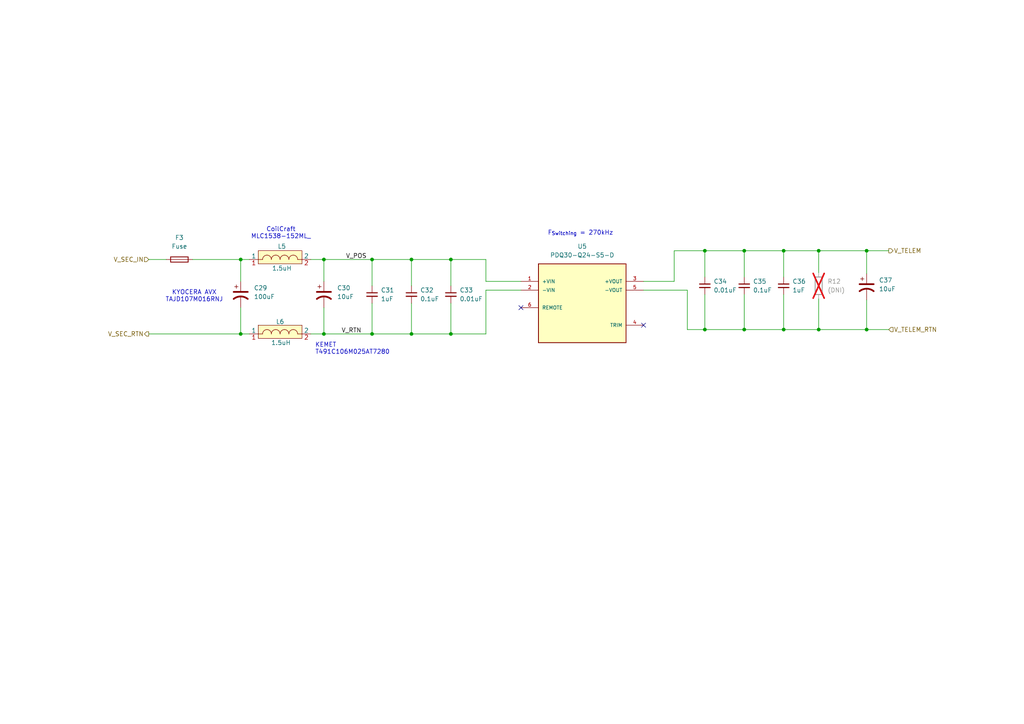
<source format=kicad_sch>
(kicad_sch
	(version 20250114)
	(generator "eeschema")
	(generator_version "9.0")
	(uuid "59851cca-b58d-4d85-8cf4-a8b0af03ff6a")
	(paper "A4")
	(lib_symbols
		(symbol "CUI:PDQ10-Q24-S3-D"
			(pin_names
				(offset 1.016)
			)
			(exclude_from_sim no)
			(in_bom yes)
			(on_board yes)
			(property "Reference" "U"
				(at -12.725 10.1799 0)
				(effects
					(font
						(size 1.27 1.27)
					)
					(justify left bottom)
				)
			)
			(property "Value" "PDQ10-Q24-S3-D"
				(at -12.7248 -15.2698 0)
				(effects
					(font
						(size 1.27 1.27)
					)
					(justify left bottom)
				)
			)
			(property "Footprint" "PDQ10-Q24-S3-D:CONV_PDQ10-Q24-S3-D"
				(at 0 0 0)
				(effects
					(font
						(size 1.27 1.27)
					)
					(justify bottom)
					(hide yes)
				)
			)
			(property "Datasheet" ""
				(at 0 0 0)
				(effects
					(font
						(size 1.27 1.27)
					)
					(hide yes)
				)
			)
			(property "Description" ""
				(at 0 0 0)
				(effects
					(font
						(size 1.27 1.27)
					)
					(hide yes)
				)
			)
			(property "MF" "CUI Inc."
				(at 0 0 0)
				(effects
					(font
						(size 1.27 1.27)
					)
					(justify bottom)
					(hide yes)
				)
			)
			(property "Description_1" "10 W, 4:1 Input Range, Single/Dual Regulated Output, 1500 Vdc Isolation, Dc-Dc Converter"
				(at 0 0 0)
				(effects
					(font
						(size 1.27 1.27)
					)
					(justify bottom)
					(hide yes)
				)
			)
			(property "Package" "DIP-6 CUI"
				(at 0 0 0)
				(effects
					(font
						(size 1.27 1.27)
					)
					(justify bottom)
					(hide yes)
				)
			)
			(property "Price" "None"
				(at 0 0 0)
				(effects
					(font
						(size 1.27 1.27)
					)
					(justify bottom)
					(hide yes)
				)
			)
			(property "Check_prices" "https://www.snapeda.com/parts/PDQ10-Q24-S3-D/CUI/view-part/?ref=eda"
				(at 0 0 0)
				(effects
					(font
						(size 1.27 1.27)
					)
					(justify bottom)
					(hide yes)
				)
			)
			(property "STANDARD" "Manufacturer Recommendations"
				(at 0 0 0)
				(effects
					(font
						(size 1.27 1.27)
					)
					(justify bottom)
					(hide yes)
				)
			)
			(property "PARTREV" "1.0"
				(at 0 0 0)
				(effects
					(font
						(size 1.27 1.27)
					)
					(justify bottom)
					(hide yes)
				)
			)
			(property "SnapEDA_Link" "https://www.snapeda.com/parts/PDQ10-Q24-S3-D/CUI/view-part/?ref=snap"
				(at 0 0 0)
				(effects
					(font
						(size 1.27 1.27)
					)
					(justify bottom)
					(hide yes)
				)
			)
			(property "MP" "PDQ10-Q24-S3-D"
				(at 0 0 0)
				(effects
					(font
						(size 1.27 1.27)
					)
					(justify bottom)
					(hide yes)
				)
			)
			(property "CUI_purchase_URL" "https://www.cui.com/product/dc-dc-converters/isolated/pdq10-d-series?utm_source=snapeda.com&utm_medium=referral&utm_campaign=snapedaBOM"
				(at 0 0 0)
				(effects
					(font
						(size 1.27 1.27)
					)
					(justify bottom)
					(hide yes)
				)
			)
			(property "Availability" "In Stock"
				(at 0 0 0)
				(effects
					(font
						(size 1.27 1.27)
					)
					(justify bottom)
					(hide yes)
				)
			)
			(property "MANUFACTURER" "CUI Inc"
				(at 0 0 0)
				(effects
					(font
						(size 1.27 1.27)
					)
					(justify bottom)
					(hide yes)
				)
			)
			(symbol "PDQ10-Q24-S3-D_0_0"
				(rectangle
					(start -12.7 -12.7)
					(end 12.7 10.16)
					(stroke
						(width 0.254)
						(type default)
					)
					(fill
						(type background)
					)
				)
				(pin input line
					(at -17.78 5.08 0)
					(length 5.08)
					(name "+VIN"
						(effects
							(font
								(size 1.016 1.016)
							)
						)
					)
					(number "1"
						(effects
							(font
								(size 1.016 1.016)
							)
						)
					)
				)
				(pin input line
					(at -17.78 2.54 0)
					(length 5.08)
					(name "-VIN"
						(effects
							(font
								(size 1.016 1.016)
							)
						)
					)
					(number "2"
						(effects
							(font
								(size 1.016 1.016)
							)
						)
					)
				)
				(pin input line
					(at -17.78 -2.54 0)
					(length 5.08)
					(name "REMOTE"
						(effects
							(font
								(size 1.016 1.016)
							)
						)
					)
					(number "6"
						(effects
							(font
								(size 1.016 1.016)
							)
						)
					)
				)
				(pin output line
					(at 17.78 5.08 180)
					(length 5.08)
					(name "+VOUT"
						(effects
							(font
								(size 1.016 1.016)
							)
						)
					)
					(number "3"
						(effects
							(font
								(size 1.016 1.016)
							)
						)
					)
				)
				(pin output line
					(at 17.78 2.54 180)
					(length 5.08)
					(name "-VOUT"
						(effects
							(font
								(size 1.016 1.016)
							)
						)
					)
					(number "5"
						(effects
							(font
								(size 1.016 1.016)
							)
						)
					)
				)
				(pin passive line
					(at 17.78 -7.62 180)
					(length 5.08)
					(name "TRIM"
						(effects
							(font
								(size 1.016 1.016)
							)
						)
					)
					(number "4"
						(effects
							(font
								(size 1.016 1.016)
							)
						)
					)
				)
			)
			(embedded_fonts no)
		)
		(symbol "CoilCraft:MLC7542"
			(pin_names
				(offset 0)
			)
			(exclude_from_sim no)
			(in_bom yes)
			(on_board yes)
			(property "Reference" "L"
				(at 5.334 3.81 0)
				(effects
					(font
						(size 1.27 1.27)
					)
				)
			)
			(property "Value" ""
				(at 6.35 3.302 0)
				(effects
					(font
						(size 1.27 1.27)
					)
				)
			)
			(property "Footprint" ""
				(at 6.35 3.302 0)
				(effects
					(font
						(size 1.27 1.27)
					)
					(hide yes)
				)
			)
			(property "Datasheet" ""
				(at 6.35 3.302 0)
				(effects
					(font
						(size 1.27 1.27)
					)
					(hide yes)
				)
			)
			(property "Description" ""
				(at 6.35 3.302 0)
				(effects
					(font
						(size 1.27 1.27)
					)
					(hide yes)
				)
			)
			(property "Manufacturer" "Coil Craft"
				(at 0 0 0)
				(effects
					(font
						(size 1.27 1.27)
					)
					(hide yes)
				)
			)
			(property "Man. Part Num" ""
				(at 0 0 0)
				(effects
					(font
						(size 1.27 1.27)
					)
					(hide yes)
				)
			)
			(property "Distributor" "Coil Craft"
				(at 0 0 0)
				(effects
					(font
						(size 1.27 1.27)
					)
					(hide yes)
				)
			)
			(property "Dist. Part Num" ""
				(at 0 0 0)
				(effects
					(font
						(size 1.27 1.27)
					)
					(hide yes)
				)
			)
			(property "Package" ""
				(at 0 0 0)
				(effects
					(font
						(size 1.27 1.27)
					)
					(hide yes)
				)
			)
			(property "Notes" ""
				(at 0 0 0)
				(effects
					(font
						(size 1.27 1.27)
					)
					(hide yes)
				)
			)
			(property "Part Type" "SMD"
				(at 0 0 0)
				(effects
					(font
						(size 1.27 1.27)
					)
					(hide yes)
				)
			)
			(symbol "MLC7542_0_1"
				(arc
					(start 1.27 0)
					(mid 1.642 0.898)
					(end 2.54 1.27)
					(stroke
						(width 0)
						(type default)
					)
					(fill
						(type none)
					)
				)
				(arc
					(start 2.54 1.27)
					(mid 3.438 0.898)
					(end 3.81 0)
					(stroke
						(width 0)
						(type default)
					)
					(fill
						(type none)
					)
				)
				(arc
					(start 3.81 0)
					(mid 4.182 0.898)
					(end 5.08 1.27)
					(stroke
						(width 0)
						(type default)
					)
					(fill
						(type none)
					)
				)
				(arc
					(start 5.08 1.27)
					(mid 5.978 0.898)
					(end 6.35 0)
					(stroke
						(width 0)
						(type default)
					)
					(fill
						(type none)
					)
				)
				(arc
					(start 6.35 0)
					(mid 6.722 0.898)
					(end 7.62 1.27)
					(stroke
						(width 0)
						(type default)
					)
					(fill
						(type none)
					)
				)
				(arc
					(start 7.62 1.27)
					(mid 8.518 0.898)
					(end 8.89 0)
					(stroke
						(width 0)
						(type default)
					)
					(fill
						(type none)
					)
				)
				(arc
					(start 8.89 0)
					(mid 9.262 0.898)
					(end 10.16 1.27)
					(stroke
						(width 0)
						(type default)
					)
					(fill
						(type none)
					)
				)
				(arc
					(start 10.16 1.27)
					(mid 11.058 0.898)
					(end 11.43 0)
					(stroke
						(width 0)
						(type default)
					)
					(fill
						(type none)
					)
				)
			)
			(symbol "MLC7542_1_1"
				(rectangle
					(start 0 2.54)
					(end 12.7 -1.27)
					(stroke
						(width 0)
						(type default)
					)
					(fill
						(type background)
					)
				)
				(polyline
					(pts
						(xy 1.27 0) (xy 0 0)
					)
					(stroke
						(width 0)
						(type default)
					)
					(fill
						(type none)
					)
				)
				(polyline
					(pts
						(xy 11.43 0) (xy 12.7 0)
					)
					(stroke
						(width 0)
						(type default)
					)
					(fill
						(type none)
					)
				)
				(pin bidirectional line
					(at -2.54 0 0)
					(length 2.54)
					(name "1"
						(effects
							(font
								(size 1.27 1.27)
							)
						)
					)
					(number "1"
						(effects
							(font
								(size 1.27 1.27)
							)
						)
					)
				)
				(pin bidirectional line
					(at 15.24 0 180)
					(length 2.54)
					(name "2"
						(effects
							(font
								(size 1.27 1.27)
							)
						)
					)
					(number "2"
						(effects
							(font
								(size 1.27 1.27)
							)
						)
					)
				)
			)
			(embedded_fonts no)
		)
		(symbol "Device:C_Polarized_US"
			(pin_numbers
				(hide yes)
			)
			(pin_names
				(offset 0.254)
				(hide yes)
			)
			(exclude_from_sim no)
			(in_bom yes)
			(on_board yes)
			(property "Reference" "C"
				(at 0.635 2.54 0)
				(effects
					(font
						(size 1.27 1.27)
					)
					(justify left)
				)
			)
			(property "Value" "C_Polarized_US"
				(at 0.635 -2.54 0)
				(effects
					(font
						(size 1.27 1.27)
					)
					(justify left)
				)
			)
			(property "Footprint" ""
				(at 0 0 0)
				(effects
					(font
						(size 1.27 1.27)
					)
					(hide yes)
				)
			)
			(property "Datasheet" "~"
				(at 0 0 0)
				(effects
					(font
						(size 1.27 1.27)
					)
					(hide yes)
				)
			)
			(property "Description" "Polarized capacitor, US symbol"
				(at 0 0 0)
				(effects
					(font
						(size 1.27 1.27)
					)
					(hide yes)
				)
			)
			(property "ki_keywords" "cap capacitor"
				(at 0 0 0)
				(effects
					(font
						(size 1.27 1.27)
					)
					(hide yes)
				)
			)
			(property "ki_fp_filters" "CP_*"
				(at 0 0 0)
				(effects
					(font
						(size 1.27 1.27)
					)
					(hide yes)
				)
			)
			(symbol "C_Polarized_US_0_1"
				(polyline
					(pts
						(xy -2.032 0.762) (xy 2.032 0.762)
					)
					(stroke
						(width 0.508)
						(type default)
					)
					(fill
						(type none)
					)
				)
				(polyline
					(pts
						(xy -1.778 2.286) (xy -0.762 2.286)
					)
					(stroke
						(width 0)
						(type default)
					)
					(fill
						(type none)
					)
				)
				(polyline
					(pts
						(xy -1.27 1.778) (xy -1.27 2.794)
					)
					(stroke
						(width 0)
						(type default)
					)
					(fill
						(type none)
					)
				)
				(arc
					(start -2.032 -1.27)
					(mid 0 -0.5572)
					(end 2.032 -1.27)
					(stroke
						(width 0.508)
						(type default)
					)
					(fill
						(type none)
					)
				)
			)
			(symbol "C_Polarized_US_1_1"
				(pin passive line
					(at 0 3.81 270)
					(length 2.794)
					(name "~"
						(effects
							(font
								(size 1.27 1.27)
							)
						)
					)
					(number "1"
						(effects
							(font
								(size 1.27 1.27)
							)
						)
					)
				)
				(pin passive line
					(at 0 -3.81 90)
					(length 3.302)
					(name "~"
						(effects
							(font
								(size 1.27 1.27)
							)
						)
					)
					(number "2"
						(effects
							(font
								(size 1.27 1.27)
							)
						)
					)
				)
			)
			(embedded_fonts no)
		)
		(symbol "Device:C_Small"
			(pin_numbers
				(hide yes)
			)
			(pin_names
				(offset 0.254)
				(hide yes)
			)
			(exclude_from_sim no)
			(in_bom yes)
			(on_board yes)
			(property "Reference" "C"
				(at 0.254 1.778 0)
				(effects
					(font
						(size 1.27 1.27)
					)
					(justify left)
				)
			)
			(property "Value" "C_Small"
				(at 0.254 -2.032 0)
				(effects
					(font
						(size 1.27 1.27)
					)
					(justify left)
				)
			)
			(property "Footprint" ""
				(at 0 0 0)
				(effects
					(font
						(size 1.27 1.27)
					)
					(hide yes)
				)
			)
			(property "Datasheet" "~"
				(at 0 0 0)
				(effects
					(font
						(size 1.27 1.27)
					)
					(hide yes)
				)
			)
			(property "Description" "Unpolarized capacitor, small symbol"
				(at 0 0 0)
				(effects
					(font
						(size 1.27 1.27)
					)
					(hide yes)
				)
			)
			(property "ki_keywords" "capacitor cap"
				(at 0 0 0)
				(effects
					(font
						(size 1.27 1.27)
					)
					(hide yes)
				)
			)
			(property "ki_fp_filters" "C_*"
				(at 0 0 0)
				(effects
					(font
						(size 1.27 1.27)
					)
					(hide yes)
				)
			)
			(symbol "C_Small_0_1"
				(polyline
					(pts
						(xy -1.524 0.508) (xy 1.524 0.508)
					)
					(stroke
						(width 0.3048)
						(type default)
					)
					(fill
						(type none)
					)
				)
				(polyline
					(pts
						(xy -1.524 -0.508) (xy 1.524 -0.508)
					)
					(stroke
						(width 0.3302)
						(type default)
					)
					(fill
						(type none)
					)
				)
			)
			(symbol "C_Small_1_1"
				(pin passive line
					(at 0 2.54 270)
					(length 2.032)
					(name "~"
						(effects
							(font
								(size 1.27 1.27)
							)
						)
					)
					(number "1"
						(effects
							(font
								(size 1.27 1.27)
							)
						)
					)
				)
				(pin passive line
					(at 0 -2.54 90)
					(length 2.032)
					(name "~"
						(effects
							(font
								(size 1.27 1.27)
							)
						)
					)
					(number "2"
						(effects
							(font
								(size 1.27 1.27)
							)
						)
					)
				)
			)
			(embedded_fonts no)
		)
		(symbol "Device:Fuse"
			(pin_numbers
				(hide yes)
			)
			(pin_names
				(offset 0)
			)
			(exclude_from_sim no)
			(in_bom yes)
			(on_board yes)
			(property "Reference" "F"
				(at 2.032 0 90)
				(effects
					(font
						(size 1.27 1.27)
					)
				)
			)
			(property "Value" "Fuse"
				(at -1.905 0 90)
				(effects
					(font
						(size 1.27 1.27)
					)
				)
			)
			(property "Footprint" ""
				(at -1.778 0 90)
				(effects
					(font
						(size 1.27 1.27)
					)
					(hide yes)
				)
			)
			(property "Datasheet" "~"
				(at 0 0 0)
				(effects
					(font
						(size 1.27 1.27)
					)
					(hide yes)
				)
			)
			(property "Description" "Fuse"
				(at 0 0 0)
				(effects
					(font
						(size 1.27 1.27)
					)
					(hide yes)
				)
			)
			(property "ki_keywords" "fuse"
				(at 0 0 0)
				(effects
					(font
						(size 1.27 1.27)
					)
					(hide yes)
				)
			)
			(property "ki_fp_filters" "*Fuse*"
				(at 0 0 0)
				(effects
					(font
						(size 1.27 1.27)
					)
					(hide yes)
				)
			)
			(symbol "Fuse_0_1"
				(rectangle
					(start -0.762 -2.54)
					(end 0.762 2.54)
					(stroke
						(width 0.254)
						(type default)
					)
					(fill
						(type none)
					)
				)
				(polyline
					(pts
						(xy 0 2.54) (xy 0 -2.54)
					)
					(stroke
						(width 0)
						(type default)
					)
					(fill
						(type none)
					)
				)
			)
			(symbol "Fuse_1_1"
				(pin passive line
					(at 0 3.81 270)
					(length 1.27)
					(name "~"
						(effects
							(font
								(size 1.27 1.27)
							)
						)
					)
					(number "1"
						(effects
							(font
								(size 1.27 1.27)
							)
						)
					)
				)
				(pin passive line
					(at 0 -3.81 90)
					(length 1.27)
					(name "~"
						(effects
							(font
								(size 1.27 1.27)
							)
						)
					)
					(number "2"
						(effects
							(font
								(size 1.27 1.27)
							)
						)
					)
				)
			)
			(embedded_fonts no)
		)
		(symbol "Device:R"
			(pin_numbers
				(hide yes)
			)
			(pin_names
				(offset 0)
			)
			(exclude_from_sim no)
			(in_bom yes)
			(on_board yes)
			(property "Reference" "R"
				(at 2.032 0 90)
				(effects
					(font
						(size 1.27 1.27)
					)
				)
			)
			(property "Value" "R"
				(at 0 0 90)
				(effects
					(font
						(size 1.27 1.27)
					)
				)
			)
			(property "Footprint" ""
				(at -1.778 0 90)
				(effects
					(font
						(size 1.27 1.27)
					)
					(hide yes)
				)
			)
			(property "Datasheet" "~"
				(at 0 0 0)
				(effects
					(font
						(size 1.27 1.27)
					)
					(hide yes)
				)
			)
			(property "Description" "Resistor"
				(at 0 0 0)
				(effects
					(font
						(size 1.27 1.27)
					)
					(hide yes)
				)
			)
			(property "ki_keywords" "R res resistor"
				(at 0 0 0)
				(effects
					(font
						(size 1.27 1.27)
					)
					(hide yes)
				)
			)
			(property "ki_fp_filters" "R_*"
				(at 0 0 0)
				(effects
					(font
						(size 1.27 1.27)
					)
					(hide yes)
				)
			)
			(symbol "R_0_1"
				(rectangle
					(start -1.016 -2.54)
					(end 1.016 2.54)
					(stroke
						(width 0.254)
						(type default)
					)
					(fill
						(type none)
					)
				)
			)
			(symbol "R_1_1"
				(pin passive line
					(at 0 3.81 270)
					(length 1.27)
					(name "~"
						(effects
							(font
								(size 1.27 1.27)
							)
						)
					)
					(number "1"
						(effects
							(font
								(size 1.27 1.27)
							)
						)
					)
				)
				(pin passive line
					(at 0 -3.81 90)
					(length 1.27)
					(name "~"
						(effects
							(font
								(size 1.27 1.27)
							)
						)
					)
					(number "2"
						(effects
							(font
								(size 1.27 1.27)
							)
						)
					)
				)
			)
			(embedded_fonts no)
		)
	)
	(text "KYOCERA AVX\nTAJD107M016RNJ"
		(exclude_from_sim no)
		(at 56.3505 85.9353 0)
		(effects
			(font
				(size 1.27 1.27)
			)
		)
		(uuid "2a5386db-bda3-47a0-88f5-87c20e4a945e")
	)
	(text "F_{Switching} = 270kHz"
		(exclude_from_sim no)
		(at 168.3645 67.6473 0)
		(effects
			(font
				(size 1.27 1.27)
			)
		)
		(uuid "3ca80494-a2cf-4221-b18a-dbd1e96f53ad")
	)
	(text "KEMET\nT491C106M025AT7280"
		(exclude_from_sim no)
		(at 91.4025 101.1753 0)
		(effects
			(font
				(size 1.27 1.27)
			)
			(justify left)
		)
		(uuid "4e1c6049-78c1-45dc-a771-49622b0d3164")
	)
	(text "CoilCraft\nMLC1538-152ML_"
		(exclude_from_sim no)
		(at 81.4965 67.6473 0)
		(effects
			(font
				(size 1.27 1.27)
			)
		)
		(uuid "cf93f455-f1a4-498f-b925-3f03f52f3037")
	)
	(junction
		(at 107.9125 96.8573)
		(diameter 0)
		(color 0 0 0 0)
		(uuid "095e4321-973a-4845-b637-1079e4d3cb18")
	)
	(junction
		(at 227.2925 95.5873)
		(diameter 0)
		(color 0 0 0 0)
		(uuid "11fd3a6e-5f68-4d95-af6d-76d47db54e04")
	)
	(junction
		(at 130.7725 96.8573)
		(diameter 0)
		(color 0 0 0 0)
		(uuid "1f60ea0f-8667-4920-a5af-f1d63c751192")
	)
	(junction
		(at 237.4525 72.7273)
		(diameter 0)
		(color 0 0 0 0)
		(uuid "239883d7-5a13-407c-a8cb-c9b5af83d593")
	)
	(junction
		(at 204.4325 72.7273)
		(diameter 0)
		(color 0 0 0 0)
		(uuid "26510ab0-c30e-496b-8819-2a4695292862")
	)
	(junction
		(at 204.4325 95.5873)
		(diameter 0)
		(color 0 0 0 0)
		(uuid "33f1fc67-e5b8-46be-a613-0b3bfc4d8f14")
	)
	(junction
		(at 69.8125 96.8573)
		(diameter 0)
		(color 0 0 0 0)
		(uuid "36eb7a50-3b16-4f52-b79b-2b8cf796cf6f")
	)
	(junction
		(at 251.3576 72.7273)
		(diameter 0)
		(color 0 0 0 0)
		(uuid "424f2d78-e108-4862-becc-c2aef693204e")
	)
	(junction
		(at 119.3425 96.8573)
		(diameter 0)
		(color 0 0 0 0)
		(uuid "44f969d1-1ebe-4f20-aab2-3427b66d7bd5")
	)
	(junction
		(at 227.2925 72.7273)
		(diameter 0)
		(color 0 0 0 0)
		(uuid "4d21991e-3d7f-4d2c-90e1-1e6eb11edafa")
	)
	(junction
		(at 93.9425 96.8573)
		(diameter 0)
		(color 0 0 0 0)
		(uuid "6c19665d-d4a0-483d-874f-a87b6f366d9b")
	)
	(junction
		(at 69.8125 75.2673)
		(diameter 0)
		(color 0 0 0 0)
		(uuid "6fa8f3b1-7fab-4c78-9b05-02982b6c55cb")
	)
	(junction
		(at 251.3576 95.5873)
		(diameter 0)
		(color 0 0 0 0)
		(uuid "7d6f3261-d588-4859-a7ed-d3c5d758c124")
	)
	(junction
		(at 93.9425 75.2673)
		(diameter 0)
		(color 0 0 0 0)
		(uuid "932621cb-a40e-4f76-958d-4d1744ccbe51")
	)
	(junction
		(at 130.7725 75.2673)
		(diameter 0)
		(color 0 0 0 0)
		(uuid "b3a3ce26-a3b1-4d0b-90f6-d1c34cc07137")
	)
	(junction
		(at 107.9125 75.2673)
		(diameter 0)
		(color 0 0 0 0)
		(uuid "b41cd7c4-c3f4-419d-8b83-b4b54e6189d0")
	)
	(junction
		(at 119.3425 75.2673)
		(diameter 0)
		(color 0 0 0 0)
		(uuid "b6a9bfbd-3b97-4a8b-a84b-874516aafc5d")
	)
	(junction
		(at 215.8625 95.5873)
		(diameter 0)
		(color 0 0 0 0)
		(uuid "be5492b7-8428-4619-bfd7-18f1871a1053")
	)
	(junction
		(at 215.8625 72.7273)
		(diameter 0)
		(color 0 0 0 0)
		(uuid "d09a1f52-842f-4784-8817-ff1cab26e276")
	)
	(junction
		(at 237.4525 95.5873)
		(diameter 0)
		(color 0 0 0 0)
		(uuid "dddd09e6-7543-4596-a5c5-ed4ff3c1682e")
	)
	(no_connect
		(at 151.0925 89.2373)
		(uuid "be88895a-a1e8-4df9-acfc-4de1f05e9a82")
	)
	(no_connect
		(at 186.6525 94.3173)
		(uuid "c6acb08d-e077-4006-b67c-6aaf3649c691")
	)
	(wire
		(pts
			(xy 227.2925 85.4273) (xy 227.2925 95.5873)
		)
		(stroke
			(width 0)
			(type default)
		)
		(uuid "01648881-8af1-4eec-957e-5625649bdd17")
	)
	(wire
		(pts
			(xy 195.5425 72.7273) (xy 204.4325 72.7273)
		)
		(stroke
			(width 0)
			(type default)
		)
		(uuid "025e19fb-b9af-421a-9f0b-40e8a66a498d")
	)
	(wire
		(pts
			(xy 195.5425 81.6173) (xy 186.6525 81.6173)
		)
		(stroke
			(width 0)
			(type default)
		)
		(uuid "04c7a94f-3387-4a78-beff-7345fa0846ea")
	)
	(wire
		(pts
			(xy 107.9125 87.9673) (xy 107.9125 96.8573)
		)
		(stroke
			(width 0)
			(type default)
		)
		(uuid "0b05d564-31b8-4d38-a4a3-32a0794a4193")
	)
	(wire
		(pts
			(xy 140.9325 96.8573) (xy 130.7725 96.8573)
		)
		(stroke
			(width 0)
			(type default)
		)
		(uuid "0e12523e-6919-4e29-b2f4-eda4a02c9ab4")
	)
	(wire
		(pts
			(xy 93.9425 81.6173) (xy 93.9425 75.2673)
		)
		(stroke
			(width 0)
			(type default)
		)
		(uuid "0f828ed7-e271-44e4-813c-bbf5e95ea8d8")
	)
	(wire
		(pts
			(xy 140.9325 81.6173) (xy 151.0925 81.6173)
		)
		(stroke
			(width 0)
			(type default)
		)
		(uuid "20e71a4c-fd48-49b2-87a4-d96ffc3e629f")
	)
	(wire
		(pts
			(xy 204.4325 72.7273) (xy 204.4325 80.3473)
		)
		(stroke
			(width 0)
			(type default)
		)
		(uuid "224059d8-b941-4ad5-b6bc-e9de534471de")
	)
	(wire
		(pts
			(xy 215.8625 85.4273) (xy 215.8625 95.5873)
		)
		(stroke
			(width 0)
			(type default)
		)
		(uuid "3f4906f4-62fb-4620-8d7f-ed519557ffc0")
	)
	(wire
		(pts
			(xy 237.4525 72.7273) (xy 237.4525 79.0773)
		)
		(stroke
			(width 0)
			(type default)
		)
		(uuid "454935ab-d82a-4dff-a086-8370c841084a")
	)
	(wire
		(pts
			(xy 237.4525 95.5873) (xy 251.3576 95.5873)
		)
		(stroke
			(width 0)
			(type default)
		)
		(uuid "522df392-5bae-46d8-9da6-8e76d13392aa")
	)
	(wire
		(pts
			(xy 204.4325 95.5873) (xy 215.8625 95.5873)
		)
		(stroke
			(width 0)
			(type default)
		)
		(uuid "5a031e05-82d7-4981-876b-c85903f62959")
	)
	(wire
		(pts
			(xy 107.9125 75.2673) (xy 119.3425 75.2673)
		)
		(stroke
			(width 0)
			(type default)
		)
		(uuid "5aa238ca-e31d-487d-9b24-3173c4a2daf6")
	)
	(wire
		(pts
			(xy 119.3425 75.2673) (xy 119.3425 82.8873)
		)
		(stroke
			(width 0)
			(type default)
		)
		(uuid "5dbe2cc8-8089-43a9-bd5b-abcb1f6f3582")
	)
	(wire
		(pts
			(xy 93.9425 75.2673) (xy 90.1325 75.2673)
		)
		(stroke
			(width 0)
			(type default)
		)
		(uuid "5dc907c1-1ee1-4612-8dd7-1a7863b53330")
	)
	(wire
		(pts
			(xy 227.2925 72.7273) (xy 237.4525 72.7273)
		)
		(stroke
			(width 0)
			(type default)
		)
		(uuid "6322acf5-87ce-4fb9-93d0-c154f51e5529")
	)
	(wire
		(pts
			(xy 43.1425 75.2673) (xy 48.2225 75.2673)
		)
		(stroke
			(width 0)
			(type default)
		)
		(uuid "654ef8ae-5fc6-445b-8e2b-28a7f959002c")
	)
	(wire
		(pts
			(xy 130.7725 75.2673) (xy 130.7725 82.8873)
		)
		(stroke
			(width 0)
			(type default)
		)
		(uuid "72572488-60f4-4645-ac53-61f1c66b9b59")
	)
	(wire
		(pts
			(xy 69.8125 75.2673) (xy 69.8125 81.6173)
		)
		(stroke
			(width 0)
			(type default)
		)
		(uuid "7373fed1-3c5d-4e8a-85e7-4d7684aaed48")
	)
	(wire
		(pts
			(xy 130.7725 75.2673) (xy 140.9325 75.2673)
		)
		(stroke
			(width 0)
			(type default)
		)
		(uuid "758b431d-5770-4bec-a77b-c964c49874ef")
	)
	(wire
		(pts
			(xy 119.3425 87.9673) (xy 119.3425 96.8573)
		)
		(stroke
			(width 0)
			(type default)
		)
		(uuid "77a5ec2b-0ec7-45ff-bdd6-8db32df0a8ed")
	)
	(wire
		(pts
			(xy 195.5425 72.7273) (xy 195.5425 81.6173)
		)
		(stroke
			(width 0)
			(type default)
		)
		(uuid "7b61a828-6108-4601-a04f-5ac12a480a81")
	)
	(wire
		(pts
			(xy 251.3576 86.9912) (xy 251.3576 95.5873)
		)
		(stroke
			(width 0)
			(type default)
		)
		(uuid "847161e7-fb68-4407-a237-6a2c7abcde50")
	)
	(wire
		(pts
			(xy 237.4525 86.6973) (xy 237.4525 95.5873)
		)
		(stroke
			(width 0)
			(type default)
		)
		(uuid "85671a7e-a56a-4776-b33d-741bab2c1762")
	)
	(wire
		(pts
			(xy 130.7725 96.8573) (xy 119.3425 96.8573)
		)
		(stroke
			(width 0)
			(type default)
		)
		(uuid "865f269a-fc53-4d90-8cea-c64fc93ed2e0")
	)
	(wire
		(pts
			(xy 55.8425 75.2673) (xy 69.8125 75.2673)
		)
		(stroke
			(width 0)
			(type default)
		)
		(uuid "87792363-b1b0-4515-8ddb-03db214c4ef2")
	)
	(wire
		(pts
			(xy 69.8125 75.2673) (xy 72.3525 75.2673)
		)
		(stroke
			(width 0)
			(type default)
		)
		(uuid "885c1042-339a-4c9f-99fe-e6e3ef3feafc")
	)
	(wire
		(pts
			(xy 215.8625 95.5873) (xy 227.2925 95.5873)
		)
		(stroke
			(width 0)
			(type default)
		)
		(uuid "8897b3b0-a4be-476d-83ee-23cf5e1ce8df")
	)
	(wire
		(pts
			(xy 93.9425 75.2673) (xy 107.9125 75.2673)
		)
		(stroke
			(width 0)
			(type default)
		)
		(uuid "90acd46f-50e0-4485-81d8-cf6a4a699165")
	)
	(wire
		(pts
			(xy 119.3425 96.8573) (xy 107.9125 96.8573)
		)
		(stroke
			(width 0)
			(type default)
		)
		(uuid "981194eb-3531-49bf-b3c5-5f10f3ff9ad2")
	)
	(wire
		(pts
			(xy 69.8125 89.2373) (xy 69.8125 96.8573)
		)
		(stroke
			(width 0)
			(type default)
		)
		(uuid "9ddbfe43-3e7a-4c1a-9efe-ac0e74704483")
	)
	(wire
		(pts
			(xy 251.3576 79.3712) (xy 251.3576 72.7273)
		)
		(stroke
			(width 0)
			(type default)
		)
		(uuid "a69ca808-7630-4bb3-9bf5-29c912603a2c")
	)
	(wire
		(pts
			(xy 69.8125 96.8573) (xy 72.3525 96.8573)
		)
		(stroke
			(width 0)
			(type default)
		)
		(uuid "ac54570c-6214-45ae-b184-f2d3d93e828a")
	)
	(wire
		(pts
			(xy 93.9425 89.2373) (xy 93.9425 96.8573)
		)
		(stroke
			(width 0)
			(type default)
		)
		(uuid "b2fc2a96-7c51-458a-9b1e-726ef520600f")
	)
	(wire
		(pts
			(xy 43.1425 96.8573) (xy 69.8125 96.8573)
		)
		(stroke
			(width 0)
			(type default)
		)
		(uuid "b5cb0573-d68d-4af1-867a-b828c253fbe0")
	)
	(wire
		(pts
			(xy 93.9425 96.8573) (xy 90.1325 96.8573)
		)
		(stroke
			(width 0)
			(type default)
		)
		(uuid "b7515ab4-c16c-44c9-a0be-5624ff2422a9")
	)
	(wire
		(pts
			(xy 130.7725 87.9673) (xy 130.7725 96.8573)
		)
		(stroke
			(width 0)
			(type default)
		)
		(uuid "ba048e37-444e-457b-aa91-14271c8e3970")
	)
	(wire
		(pts
			(xy 227.2925 72.7273) (xy 227.2925 80.3473)
		)
		(stroke
			(width 0)
			(type default)
		)
		(uuid "be94cff6-5027-45e9-b55e-38dc91562f26")
	)
	(wire
		(pts
			(xy 215.8625 72.7273) (xy 227.2925 72.7273)
		)
		(stroke
			(width 0)
			(type default)
		)
		(uuid "c038b8f5-5704-448b-825c-96007dc07003")
	)
	(wire
		(pts
			(xy 227.2925 95.5873) (xy 237.4525 95.5873)
		)
		(stroke
			(width 0)
			(type default)
		)
		(uuid "c14d5627-9244-4ae9-b3b4-13de4d3967d9")
	)
	(wire
		(pts
			(xy 119.3425 75.2673) (xy 130.7725 75.2673)
		)
		(stroke
			(width 0)
			(type default)
		)
		(uuid "c5ae16de-7e23-4818-94c2-18395fe0e047")
	)
	(wire
		(pts
			(xy 251.3576 95.5873) (xy 257.7725 95.5873)
		)
		(stroke
			(width 0)
			(type default)
		)
		(uuid "c712f257-0392-4e1e-b598-3c212ed5d141")
	)
	(wire
		(pts
			(xy 186.6525 84.1573) (xy 199.3525 84.1573)
		)
		(stroke
			(width 0)
			(type default)
		)
		(uuid "ca228e62-aaec-4773-aac7-f566bcff1e21")
	)
	(wire
		(pts
			(xy 140.9325 84.1573) (xy 140.9325 96.8573)
		)
		(stroke
			(width 0)
			(type default)
		)
		(uuid "cb25da74-b369-4b36-9354-a77220ac7264")
	)
	(wire
		(pts
			(xy 251.3576 72.7273) (xy 257.7725 72.7273)
		)
		(stroke
			(width 0)
			(type default)
		)
		(uuid "cd60acb1-c520-463e-9594-2941e97dd839")
	)
	(wire
		(pts
			(xy 199.3525 95.5873) (xy 204.4325 95.5873)
		)
		(stroke
			(width 0)
			(type default)
		)
		(uuid "d7a61b39-2a5b-40e1-9b9b-818a1d8644b2")
	)
	(wire
		(pts
			(xy 107.9125 96.8573) (xy 93.9425 96.8573)
		)
		(stroke
			(width 0)
			(type default)
		)
		(uuid "d86d01ff-9827-4798-b504-0305c6da6fe5")
	)
	(wire
		(pts
			(xy 140.9325 75.2673) (xy 140.9325 81.6173)
		)
		(stroke
			(width 0)
			(type default)
		)
		(uuid "e22ce532-3cdc-4440-adbd-04e222a1d6a8")
	)
	(wire
		(pts
			(xy 107.9125 75.2673) (xy 107.9125 82.8873)
		)
		(stroke
			(width 0)
			(type default)
		)
		(uuid "e276a3c6-5106-4cff-aba5-1ab05eb7ab04")
	)
	(wire
		(pts
			(xy 237.4525 72.7273) (xy 251.3576 72.7273)
		)
		(stroke
			(width 0)
			(type default)
		)
		(uuid "ea0f5ec9-d488-4ad7-9194-408aa3d6af6e")
	)
	(wire
		(pts
			(xy 204.4325 72.7273) (xy 215.8625 72.7273)
		)
		(stroke
			(width 0)
			(type default)
		)
		(uuid "ed89ea5c-8e32-4ded-a477-3e3bbc06c454")
	)
	(wire
		(pts
			(xy 199.3525 84.1573) (xy 199.3525 95.5873)
		)
		(stroke
			(width 0)
			(type default)
		)
		(uuid "f484d1e2-8b71-40cf-af2d-9456c7aacc0d")
	)
	(wire
		(pts
			(xy 140.9325 84.1573) (xy 151.0925 84.1573)
		)
		(stroke
			(width 0)
			(type default)
		)
		(uuid "f62892c2-3a96-4fb7-919c-dce2f8160bbc")
	)
	(wire
		(pts
			(xy 204.4325 85.4273) (xy 204.4325 95.5873)
		)
		(stroke
			(width 0)
			(type default)
		)
		(uuid "fced3874-80c3-4282-85a1-fe07eb126e60")
	)
	(wire
		(pts
			(xy 215.8625 72.7273) (xy 215.8625 80.3473)
		)
		(stroke
			(width 0)
			(type default)
		)
		(uuid "fef6d636-3c4a-4455-a6a6-3ace7fcab619")
	)
	(label "V_POS"
		(at 100.2925 75.2673 0)
		(effects
			(font
				(size 1.27 1.27)
			)
			(justify left bottom)
		)
		(uuid "56063412-7dfd-4b71-8357-ff9ef2a3ad59")
	)
	(label "V_RTN"
		(at 99.0225 96.8573 0)
		(effects
			(font
				(size 1.27 1.27)
			)
			(justify left bottom)
		)
		(uuid "c6d021d5-8cb1-42bf-be85-a2f4bd6e3916")
	)
	(hierarchical_label "V_SEC_IN"
		(shape input)
		(at 43.1425 75.2673 180)
		(effects
			(font
				(size 1.27 1.27)
			)
			(justify right)
		)
		(uuid "4a372b4f-a497-439d-bd2a-99256cb68fab")
	)
	(hierarchical_label "V_TELEM"
		(shape output)
		(at 257.7725 72.7273 0)
		(effects
			(font
				(size 1.27 1.27)
			)
			(justify left)
		)
		(uuid "6a72e2e8-6c19-413c-8668-e5ee8d2a2784")
	)
	(hierarchical_label "V_TELEM_RTN"
		(shape input)
		(at 257.7725 95.5873 0)
		(effects
			(font
				(size 1.27 1.27)
			)
			(justify left)
		)
		(uuid "aac0a290-58f0-4887-9a26-b0261c8f6e1b")
	)
	(hierarchical_label "V_SEC_RTN"
		(shape output)
		(at 43.1425 96.8573 180)
		(effects
			(font
				(size 1.27 1.27)
			)
			(justify right)
		)
		(uuid "ad87ee5a-c5e3-44ed-9b2c-0741ae0802ac")
	)
	(symbol
		(lib_id "Device:C_Small")
		(at 227.2925 82.8873 0)
		(unit 1)
		(exclude_from_sim no)
		(in_bom yes)
		(on_board yes)
		(dnp no)
		(fields_autoplaced yes)
		(uuid "15d4dc6f-d896-464c-a97c-803ce2b71050")
		(property "Reference" "C36"
			(at 229.8325 81.6235 0)
			(effects
				(font
					(size 1.27 1.27)
				)
				(justify left)
			)
		)
		(property "Value" "1uF"
			(at 229.8325 84.1635 0)
			(effects
				(font
					(size 1.27 1.27)
				)
				(justify left)
			)
		)
		(property "Footprint" "Capacitor_SMD:C_0603_1608Metric"
			(at 227.2925 82.8873 0)
			(effects
				(font
					(size 1.27 1.27)
				)
				(hide yes)
			)
		)
		(property "Datasheet" "https://weblib.samsungsem.com/mlcc/mlcc-ec-data-sheet.do?partNumber=CL10B105KO8NNN"
			(at 227.2925 82.8873 0)
			(effects
				(font
					(size 1.27 1.27)
				)
				(hide yes)
			)
		)
		(property "Description" "1 µF ±10% 16V Ceramic Capacitor X7R 0603 (1608 Metric)"
			(at 227.2925 82.8873 0)
			(effects
				(font
					(size 1.27 1.27)
				)
				(hide yes)
			)
		)
		(property "Dist. Part Num" "1276-1019-1-ND"
			(at 227.2925 82.8873 0)
			(effects
				(font
					(size 1.27 1.27)
				)
				(hide yes)
			)
		)
		(property "Distributor" "Digi-Key"
			(at 227.2925 82.8873 0)
			(effects
				(font
					(size 1.27 1.27)
				)
				(hide yes)
			)
		)
		(property "Man. Part Num" "CL10B105KO8NNNC"
			(at 227.2925 82.8873 0)
			(effects
				(font
					(size 1.27 1.27)
				)
				(hide yes)
			)
		)
		(property "Manufacturer" "Samsung Electro-Mechanics"
			(at 227.2925 82.8873 0)
			(effects
				(font
					(size 1.27 1.27)
				)
				(hide yes)
			)
		)
		(property "Package" "0603 (1608 Metric)"
			(at 227.2925 82.8873 0)
			(effects
				(font
					(size 1.27 1.27)
				)
				(hide yes)
			)
		)
		(property "Part Type" "SMD"
			(at 227.2925 82.8873 0)
			(effects
				(font
					(size 1.27 1.27)
				)
				(hide yes)
			)
		)
		(pin "2"
			(uuid "b15c41d0-d4e2-4078-9543-744ab016916e")
		)
		(pin "1"
			(uuid "97ef6a2f-c7af-4b02-bb54-54e86fcbe8c3")
		)
		(instances
			(project "CAEN_NEVIS_DAQ_PM5V"
				(path "/ae14f75f-f9e2-4d62-a3b7-befabe493169/c1f91f5f-5154-489e-a911-9103a8a4f26d/6764f052-9945-470b-966f-5073131ea4cc"
					(reference "C36")
					(unit 1)
				)
				(path "/ae14f75f-f9e2-4d62-a3b7-befabe493169/c1f91f5f-5154-489e-a911-9103a8a4f26d/9b49a23b-f399-4e68-83d3-a1a45bcfae97"
					(reference "C45")
					(unit 1)
				)
			)
		)
	)
	(symbol
		(lib_id "Device:Fuse")
		(at 52.0325 75.2673 90)
		(unit 1)
		(exclude_from_sim no)
		(in_bom yes)
		(on_board yes)
		(dnp no)
		(fields_autoplaced yes)
		(uuid "18c0aaa8-1b26-495d-a12a-29fd7b5e6526")
		(property "Reference" "F3"
			(at 52.0325 68.9173 90)
			(effects
				(font
					(size 1.27 1.27)
				)
			)
		)
		(property "Value" "Fuse"
			(at 52.0325 71.4573 90)
			(effects
				(font
					(size 1.27 1.27)
				)
			)
		)
		(property "Footprint" "Resistor_SMD:R_0603_1608Metric"
			(at 52.0325 77.0453 90)
			(effects
				(font
					(size 1.27 1.27)
				)
				(hide yes)
			)
		)
		(property "Datasheet" "https://www.belfuse.com/media/datasheets/products/circuit-protection/ds-cp-c2f-series.pdf"
			(at 52.0325 75.2673 0)
			(effects
				(font
					(size 1.27 1.27)
				)
				(hide yes)
			)
		)
		(property "Description" "3 A 32 V AC 63 V DC Fuse Board Mount (Cartridge Style Excluded) Surface Mount 0603 (1608 Metric)"
			(at 52.0325 75.2673 0)
			(effects
				(font
					(size 1.27 1.27)
				)
				(hide yes)
			)
		)
		(property "Manufacturer" "Bel Fuse Inc."
			(at 52.0325 75.2673 0)
			(effects
				(font
					(size 1.27 1.27)
				)
				(hide yes)
			)
		)
		(property "Dist. Part Num" "5923-0686F3000-01CT-ND"
			(at 52.0325 75.2673 0)
			(effects
				(font
					(size 1.27 1.27)
				)
				(hide yes)
			)
		)
		(property "Distributor" "Digi-Key"
			(at 52.0325 75.2673 0)
			(effects
				(font
					(size 1.27 1.27)
				)
				(hide yes)
			)
		)
		(property "GENDER" "https://www.belfuse.com/media/datasheets/products/circuit-protection/ds-cp-c2f-series.pdf"
			(at 52.0325 75.2673 0)
			(effects
				(font
					(size 1.27 1.27)
				)
				(hide yes)
			)
		)
		(property "Man. Part Num" "0686F3000-01"
			(at 52.0325 75.2673 0)
			(effects
				(font
					(size 1.27 1.27)
				)
				(hide yes)
			)
		)
		(property "Package" "0603 (1608 Metric)"
			(at 52.0325 75.2673 0)
			(effects
				(font
					(size 1.27 1.27)
				)
				(hide yes)
			)
		)
		(property "Part Type" "SMD"
			(at 52.0325 75.2673 0)
			(effects
				(font
					(size 1.27 1.27)
				)
				(hide yes)
			)
		)
		(pin "2"
			(uuid "f1d23220-1670-4f7c-adf6-5825c000684a")
		)
		(pin "1"
			(uuid "dc03effe-bc87-47af-a9e8-8b0a36daab0c")
		)
		(instances
			(project "CAEN_NEVIS_DAQ_PM5V"
				(path "/ae14f75f-f9e2-4d62-a3b7-befabe493169/c1f91f5f-5154-489e-a911-9103a8a4f26d/6764f052-9945-470b-966f-5073131ea4cc"
					(reference "F3")
					(unit 1)
				)
				(path "/ae14f75f-f9e2-4d62-a3b7-befabe493169/c1f91f5f-5154-489e-a911-9103a8a4f26d/9b49a23b-f399-4e68-83d3-a1a45bcfae97"
					(reference "F4")
					(unit 1)
				)
			)
		)
	)
	(symbol
		(lib_id "CoilCraft:MLC7542")
		(at 74.8925 75.2673 0)
		(unit 1)
		(exclude_from_sim no)
		(in_bom yes)
		(on_board yes)
		(dnp no)
		(uuid "2babfc94-debd-409a-bb16-265caf7b6dc3")
		(property "Reference" "L5"
			(at 81.7505 71.4573 0)
			(effects
				(font
					(size 1.27 1.27)
				)
			)
		)
		(property "Value" "1.5uH"
			(at 81.7505 77.8073 0)
			(effects
				(font
					(size 1.27 1.27)
				)
			)
		)
		(property "Footprint" "CoilCraft:MLC1538-"
			(at 81.2425 71.9653 0)
			(effects
				(font
					(size 1.27 1.27)
				)
				(hide yes)
			)
		)
		(property "Datasheet" "https://www.coilcraft.com/getmedia/052845f0-6909-42f5-b57d-543d9924763c/mlc.pdf"
			(at 81.2425 71.9653 0)
			(effects
				(font
					(size 1.27 1.27)
				)
				(hide yes)
			)
		)
		(property "Description" "Shielded Power Inductors – MLC12xx/15xx Series"
			(at 81.2425 71.9653 0)
			(effects
				(font
					(size 1.27 1.27)
				)
				(hide yes)
			)
		)
		(property "Manufacturer" "Coil Craft"
			(at 74.8925 75.2673 0)
			(effects
				(font
					(size 1.27 1.27)
				)
				(hide yes)
			)
		)
		(property "Man. Part Num" "MLC1538-152MLC"
			(at 74.8925 75.2673 0)
			(effects
				(font
					(size 1.27 1.27)
				)
				(hide yes)
			)
		)
		(property "Distributor" "Coil Craft"
			(at 74.8925 75.2673 0)
			(effects
				(font
					(size 1.27 1.27)
				)
				(hide yes)
			)
		)
		(property "Dist. Part Num" "MLC1538-152MLC"
			(at 74.8925 75.2673 0)
			(effects
				(font
					(size 1.27 1.27)
				)
				(hide yes)
			)
		)
		(property "Package" "-"
			(at 74.8925 75.2673 0)
			(effects
				(font
					(size 1.27 1.27)
				)
				(hide yes)
			)
		)
		(property "Notes" ""
			(at 74.8925 75.2673 0)
			(effects
				(font
					(size 1.27 1.27)
				)
				(hide yes)
			)
		)
		(property "Part Type" "SMD"
			(at 74.8925 75.2673 0)
			(effects
				(font
					(size 1.27 1.27)
				)
				(hide yes)
			)
		)
		(pin "2"
			(uuid "441fae69-2900-4d67-850a-daffeed9204d")
		)
		(pin "1"
			(uuid "7d6e0d65-c30a-4c06-bcb3-e83e93aecef0")
		)
		(instances
			(project "CAEN_NEVIS_DAQ_PM5V"
				(path "/ae14f75f-f9e2-4d62-a3b7-befabe493169/c1f91f5f-5154-489e-a911-9103a8a4f26d/6764f052-9945-470b-966f-5073131ea4cc"
					(reference "L5")
					(unit 1)
				)
				(path "/ae14f75f-f9e2-4d62-a3b7-befabe493169/c1f91f5f-5154-489e-a911-9103a8a4f26d/9b49a23b-f399-4e68-83d3-a1a45bcfae97"
					(reference "L7")
					(unit 1)
				)
			)
		)
	)
	(symbol
		(lib_id "Device:C_Small")
		(at 130.7725 85.4273 0)
		(unit 1)
		(exclude_from_sim no)
		(in_bom yes)
		(on_board yes)
		(dnp no)
		(fields_autoplaced yes)
		(uuid "4af8de55-ac5d-4539-abfe-63f10dcc1b3d")
		(property "Reference" "C33"
			(at 133.3125 84.1635 0)
			(effects
				(font
					(size 1.27 1.27)
				)
				(justify left)
			)
		)
		(property "Value" "0.01uF"
			(at 133.3125 86.7035 0)
			(effects
				(font
					(size 1.27 1.27)
				)
				(justify left)
			)
		)
		(property "Footprint" "Capacitor_SMD:C_0603_1608Metric"
			(at 130.7725 85.4273 0)
			(effects
				(font
					(size 1.27 1.27)
				)
				(hide yes)
			)
		)
		(property "Datasheet" "https://content.kemet.com/datasheets/KEM_C1002_X7R_SMD.pdf"
			(at 130.7725 85.4273 0)
			(effects
				(font
					(size 1.27 1.27)
				)
				(hide yes)
			)
		)
		(property "Description" "10000 pF ±10% 50V Ceramic Capacitor X7R 0603 (1608 Metric)"
			(at 130.7725 85.4273 0)
			(effects
				(font
					(size 1.27 1.27)
				)
				(hide yes)
			)
		)
		(property "Dist. Part Num" "399-C0603C103K5RACTUCT-ND"
			(at 130.7725 85.4273 0)
			(effects
				(font
					(size 1.27 1.27)
				)
				(hide yes)
			)
		)
		(property "Distributor" "Digi-Key"
			(at 130.7725 85.4273 0)
			(effects
				(font
					(size 1.27 1.27)
				)
				(hide yes)
			)
		)
		(property "Man. Part Num" "C0603C103K5RACTU"
			(at 130.7725 85.4273 0)
			(effects
				(font
					(size 1.27 1.27)
				)
				(hide yes)
			)
		)
		(property "Manufacturer" "KEMET"
			(at 130.7725 85.4273 0)
			(effects
				(font
					(size 1.27 1.27)
				)
				(hide yes)
			)
		)
		(property "Package" "0603 (1608 Metric)"
			(at 130.7725 85.4273 0)
			(effects
				(font
					(size 1.27 1.27)
				)
				(hide yes)
			)
		)
		(property "Part Type" "SMD"
			(at 130.7725 85.4273 0)
			(effects
				(font
					(size 1.27 1.27)
				)
				(hide yes)
			)
		)
		(pin "2"
			(uuid "028e363c-90c5-4f79-838d-1280261f0658")
		)
		(pin "1"
			(uuid "1a78c0d5-6e44-46ee-aacf-9496f3412f74")
		)
		(instances
			(project "CAEN_NEVIS_DAQ_PM5V"
				(path "/ae14f75f-f9e2-4d62-a3b7-befabe493169/c1f91f5f-5154-489e-a911-9103a8a4f26d/6764f052-9945-470b-966f-5073131ea4cc"
					(reference "C33")
					(unit 1)
				)
				(path "/ae14f75f-f9e2-4d62-a3b7-befabe493169/c1f91f5f-5154-489e-a911-9103a8a4f26d/9b49a23b-f399-4e68-83d3-a1a45bcfae97"
					(reference "C42")
					(unit 1)
				)
			)
		)
	)
	(symbol
		(lib_id "Device:R")
		(at 237.4525 82.8873 0)
		(unit 1)
		(exclude_from_sim no)
		(in_bom yes)
		(on_board yes)
		(dnp yes)
		(fields_autoplaced yes)
		(uuid "85c3a94b-a0e9-4f11-bf02-7d80e70546f5")
		(property "Reference" "R12"
			(at 239.9925 81.6172 0)
			(effects
				(font
					(size 1.27 1.27)
				)
				(justify left)
			)
		)
		(property "Value" "(DNI)"
			(at 239.9925 84.1572 0)
			(effects
				(font
					(size 1.27 1.27)
				)
				(justify left)
			)
		)
		(property "Footprint" "Resistor_SMD:R_0805_2012Metric"
			(at 235.6745 82.8873 90)
			(effects
				(font
					(size 1.27 1.27)
				)
				(hide yes)
			)
		)
		(property "Datasheet" "~"
			(at 237.4525 82.8873 0)
			(effects
				(font
					(size 1.27 1.27)
				)
				(hide yes)
			)
		)
		(property "Description" "Resistor"
			(at 237.4525 82.8873 0)
			(effects
				(font
					(size 1.27 1.27)
				)
				(hide yes)
			)
		)
		(pin "1"
			(uuid "03c208a7-250f-469a-abe1-c79d1b0e7a03")
		)
		(pin "2"
			(uuid "9561eb59-c41d-4b3e-93b9-4d26284f36d0")
		)
		(instances
			(project "CAEN_NEVIS_DAQ_PM5V"
				(path "/ae14f75f-f9e2-4d62-a3b7-befabe493169/c1f91f5f-5154-489e-a911-9103a8a4f26d/6764f052-9945-470b-966f-5073131ea4cc"
					(reference "R12")
					(unit 1)
				)
				(path "/ae14f75f-f9e2-4d62-a3b7-befabe493169/c1f91f5f-5154-489e-a911-9103a8a4f26d/9b49a23b-f399-4e68-83d3-a1a45bcfae97"
					(reference "R13")
					(unit 1)
				)
			)
		)
	)
	(symbol
		(lib_id "Device:C_Polarized_US")
		(at 93.9425 85.4273 0)
		(unit 1)
		(exclude_from_sim no)
		(in_bom yes)
		(on_board yes)
		(dnp no)
		(fields_autoplaced yes)
		(uuid "8f2d6c10-2c22-4873-a94a-a0ee24583b29")
		(property "Reference" "C30"
			(at 97.7525 83.5222 0)
			(effects
				(font
					(size 1.27 1.27)
				)
				(justify left)
			)
		)
		(property "Value" "10uF"
			(at 97.7525 86.0622 0)
			(effects
				(font
					(size 1.27 1.27)
				)
				(justify left)
			)
		)
		(property "Footprint" "Capacitor_Tantalum_SMD:CP_EIA-3216-12_Kemet-S"
			(at 93.9425 85.4273 0)
			(effects
				(font
					(size 1.27 1.27)
				)
				(hide yes)
			)
		)
		(property "Datasheet" "https://content.kemet.com/datasheets/KEM_T2005_T491.pdf"
			(at 93.9425 85.4273 0)
			(effects
				(font
					(size 1.27 1.27)
				)
				(hide yes)
			)
		)
		(property "Description" "10 µF Molded Tantalum Capacitors 20 V 1206 (3216 Metric) 5Ohm"
			(at 93.9425 85.4273 0)
			(effects
				(font
					(size 1.27 1.27)
				)
				(hide yes)
			)
		)
		(property "Dist. Part Num" "399-5152-1-ND"
			(at 93.9425 85.4273 0)
			(effects
				(font
					(size 1.27 1.27)
				)
				(hide yes)
			)
		)
		(property "Distributor" "Digi-Key"
			(at 93.9425 85.4273 0)
			(effects
				(font
					(size 1.27 1.27)
				)
				(hide yes)
			)
		)
		(property "Man. Part Num" "T491A106M020AT"
			(at 93.9425 85.4273 0)
			(effects
				(font
					(size 1.27 1.27)
				)
				(hide yes)
			)
		)
		(property "Manufacturer" "KEMET"
			(at 93.9425 85.4273 0)
			(effects
				(font
					(size 1.27 1.27)
				)
				(hide yes)
			)
		)
		(property "Package" "1206 (3216 Metric)"
			(at 93.9425 85.4273 0)
			(effects
				(font
					(size 1.27 1.27)
				)
				(hide yes)
			)
		)
		(property "Part Type" "SMD"
			(at 93.9425 85.4273 0)
			(effects
				(font
					(size 1.27 1.27)
				)
				(hide yes)
			)
		)
		(pin "1"
			(uuid "5c14cdeb-6e04-4645-9b77-b7a9c7325a2b")
		)
		(pin "2"
			(uuid "635d407d-e728-422a-a696-c10cf5883062")
		)
		(instances
			(project "CAEN_NEVIS_DAQ_PM5V"
				(path "/ae14f75f-f9e2-4d62-a3b7-befabe493169/c1f91f5f-5154-489e-a911-9103a8a4f26d/6764f052-9945-470b-966f-5073131ea4cc"
					(reference "C30")
					(unit 1)
				)
				(path "/ae14f75f-f9e2-4d62-a3b7-befabe493169/c1f91f5f-5154-489e-a911-9103a8a4f26d/9b49a23b-f399-4e68-83d3-a1a45bcfae97"
					(reference "C39")
					(unit 1)
				)
			)
		)
	)
	(symbol
		(lib_id "Device:C_Small")
		(at 204.4325 82.8873 0)
		(unit 1)
		(exclude_from_sim no)
		(in_bom yes)
		(on_board yes)
		(dnp no)
		(fields_autoplaced yes)
		(uuid "9158a3d1-09d1-4f6f-a2b9-334c864a1452")
		(property "Reference" "C34"
			(at 206.9725 81.6235 0)
			(effects
				(font
					(size 1.27 1.27)
				)
				(justify left)
			)
		)
		(property "Value" "0.01uF"
			(at 206.9725 84.1635 0)
			(effects
				(font
					(size 1.27 1.27)
				)
				(justify left)
			)
		)
		(property "Footprint" "Capacitor_SMD:C_0603_1608Metric"
			(at 204.4325 82.8873 0)
			(effects
				(font
					(size 1.27 1.27)
				)
				(hide yes)
			)
		)
		(property "Datasheet" "https://content.kemet.com/datasheets/KEM_C1002_X7R_SMD.pdf"
			(at 204.4325 82.8873 0)
			(effects
				(font
					(size 1.27 1.27)
				)
				(hide yes)
			)
		)
		(property "Description" "10000 pF ±10% 50V Ceramic Capacitor X7R 0603 (1608 Metric)"
			(at 204.4325 82.8873 0)
			(effects
				(font
					(size 1.27 1.27)
				)
				(hide yes)
			)
		)
		(property "Dist. Part Num" "399-C0603C103K5RACTUCT-ND"
			(at 204.4325 82.8873 0)
			(effects
				(font
					(size 1.27 1.27)
				)
				(hide yes)
			)
		)
		(property "Distributor" "Digi-Key"
			(at 204.4325 82.8873 0)
			(effects
				(font
					(size 1.27 1.27)
				)
				(hide yes)
			)
		)
		(property "Man. Part Num" "C0603C103K5RACTU"
			(at 204.4325 82.8873 0)
			(effects
				(font
					(size 1.27 1.27)
				)
				(hide yes)
			)
		)
		(property "Manufacturer" "KEMET"
			(at 204.4325 82.8873 0)
			(effects
				(font
					(size 1.27 1.27)
				)
				(hide yes)
			)
		)
		(property "Package" "0603 (1608 Metric)"
			(at 204.4325 82.8873 0)
			(effects
				(font
					(size 1.27 1.27)
				)
				(hide yes)
			)
		)
		(property "Part Type" "SMD"
			(at 204.4325 82.8873 0)
			(effects
				(font
					(size 1.27 1.27)
				)
				(hide yes)
			)
		)
		(pin "2"
			(uuid "eaf16dc4-b8fc-4a53-8ecd-fe873d6db969")
		)
		(pin "1"
			(uuid "4dc8afce-ac38-4367-928f-63bd9adba05c")
		)
		(instances
			(project "CAEN_NEVIS_DAQ_PM5V"
				(path "/ae14f75f-f9e2-4d62-a3b7-befabe493169/c1f91f5f-5154-489e-a911-9103a8a4f26d/6764f052-9945-470b-966f-5073131ea4cc"
					(reference "C34")
					(unit 1)
				)
				(path "/ae14f75f-f9e2-4d62-a3b7-befabe493169/c1f91f5f-5154-489e-a911-9103a8a4f26d/9b49a23b-f399-4e68-83d3-a1a45bcfae97"
					(reference "C43")
					(unit 1)
				)
			)
		)
	)
	(symbol
		(lib_id "Device:C_Small")
		(at 215.8625 82.8873 0)
		(unit 1)
		(exclude_from_sim no)
		(in_bom yes)
		(on_board yes)
		(dnp no)
		(fields_autoplaced yes)
		(uuid "9692d5f1-1c9b-4e7a-9254-30258bf24dd6")
		(property "Reference" "C35"
			(at 218.4025 81.6235 0)
			(effects
				(font
					(size 1.27 1.27)
				)
				(justify left)
			)
		)
		(property "Value" "0.1uF"
			(at 218.4025 84.1635 0)
			(effects
				(font
					(size 1.27 1.27)
				)
				(justify left)
			)
		)
		(property "Footprint" "Capacitor_SMD:C_0603_1608Metric"
			(at 215.8625 82.8873 0)
			(effects
				(font
					(size 1.27 1.27)
				)
				(hide yes)
			)
		)
		(property "Datasheet" "-- mixed valuhttps://www.yageo.com/en/Chart/Download/pdf/CC0603KRX7R7BB104es --"
			(at 215.8625 82.8873 0)
			(effects
				(font
					(size 1.27 1.27)
				)
				(hide yes)
			)
		)
		(property "Description" "0.1 µF ±10% 16V Ceramic Capacitor X7R 0603 (1608 Metric)"
			(at 215.8625 82.8873 0)
			(effects
				(font
					(size 1.27 1.27)
				)
				(hide yes)
			)
		)
		(property "Dist. Part Num" "311-1088-1-ND"
			(at 215.8625 82.8873 0)
			(effects
				(font
					(size 1.27 1.27)
				)
				(hide yes)
			)
		)
		(property "Distributor" "Digi-Key"
			(at 215.8625 82.8873 0)
			(effects
				(font
					(size 1.27 1.27)
				)
				(hide yes)
			)
		)
		(property "Man. Part Num" "CC0603KRX7R7BB104"
			(at 215.8625 82.8873 0)
			(effects
				(font
					(size 1.27 1.27)
				)
				(hide yes)
			)
		)
		(property "Manufacturer" "YAGEO"
			(at 215.8625 82.8873 0)
			(effects
				(font
					(size 1.27 1.27)
				)
				(hide yes)
			)
		)
		(property "Package" "0603 (1608 Metric)"
			(at 215.8625 82.8873 0)
			(effects
				(font
					(size 1.27 1.27)
				)
				(hide yes)
			)
		)
		(property "Part Type" "SMD"
			(at 215.8625 82.8873 0)
			(effects
				(font
					(size 1.27 1.27)
				)
				(hide yes)
			)
		)
		(pin "2"
			(uuid "49615f44-ccfe-4796-8bb5-fb52ca3aee37")
		)
		(pin "1"
			(uuid "11016061-cee3-4f7b-9f4a-136e149e925e")
		)
		(instances
			(project "CAEN_NEVIS_DAQ_PM5V"
				(path "/ae14f75f-f9e2-4d62-a3b7-befabe493169/c1f91f5f-5154-489e-a911-9103a8a4f26d/6764f052-9945-470b-966f-5073131ea4cc"
					(reference "C35")
					(unit 1)
				)
				(path "/ae14f75f-f9e2-4d62-a3b7-befabe493169/c1f91f5f-5154-489e-a911-9103a8a4f26d/9b49a23b-f399-4e68-83d3-a1a45bcfae97"
					(reference "C44")
					(unit 1)
				)
			)
		)
	)
	(symbol
		(lib_id "Device:C_Polarized_US")
		(at 251.3576 83.1812 0)
		(unit 1)
		(exclude_from_sim no)
		(in_bom yes)
		(on_board yes)
		(dnp no)
		(fields_autoplaced yes)
		(uuid "97f96d74-8455-43cf-a571-1874cc90c37c")
		(property "Reference" "C37"
			(at 254.9136 81.2761 0)
			(effects
				(font
					(size 1.27 1.27)
				)
				(justify left)
			)
		)
		(property "Value" "10uF"
			(at 254.9136 83.8161 0)
			(effects
				(font
					(size 1.27 1.27)
				)
				(justify left)
			)
		)
		(property "Footprint" "Capacitor_Tantalum_SMD:CP_EIA-3216-10_Kemet-I"
			(at 251.3576 83.1812 0)
			(effects
				(font
					(size 1.27 1.27)
				)
				(hide yes)
			)
		)
		(property "Datasheet" "https://datasheets.kyocera-avx.com/TAJ.pdf"
			(at 251.3576 83.1812 0)
			(effects
				(font
					(size 1.27 1.27)
				)
				(hide yes)
			)
		)
		(property "Description" "10 µF Molded Tantalum Capacitors 16 V 1206 (3216 Metric) 3Ohm"
			(at 251.3576 83.1812 0)
			(effects
				(font
					(size 1.27 1.27)
				)
				(hide yes)
			)
		)
		(property "Dist. Part Num" "478-1655-1-ND"
			(at 251.3576 83.1812 0)
			(effects
				(font
					(size 1.27 1.27)
				)
				(hide yes)
			)
		)
		(property "Distributor" "Digi-Key"
			(at 251.3576 83.1812 0)
			(effects
				(font
					(size 1.27 1.27)
				)
				(hide yes)
			)
		)
		(property "Man. Part Num" "TAJA106K016RNJ"
			(at 251.3576 83.1812 0)
			(effects
				(font
					(size 1.27 1.27)
				)
				(hide yes)
			)
		)
		(property "Manufacturer" "KYOCERA AVX"
			(at 251.3576 83.1812 0)
			(effects
				(font
					(size 1.27 1.27)
				)
				(hide yes)
			)
		)
		(property "Package" "1206 (3216 Metric)"
			(at 251.3576 83.1812 0)
			(effects
				(font
					(size 1.27 1.27)
				)
				(hide yes)
			)
		)
		(property "Part Type" "SMD"
			(at 251.3576 83.1812 0)
			(effects
				(font
					(size 1.27 1.27)
				)
				(hide yes)
			)
		)
		(pin "2"
			(uuid "c4c13943-1789-4e98-a186-a79096802e66")
		)
		(pin "1"
			(uuid "edc9a50a-c594-4384-8a92-678c340beb5f")
		)
		(instances
			(project "CAEN_NEVIS_DAQ_PM5V"
				(path "/ae14f75f-f9e2-4d62-a3b7-befabe493169/c1f91f5f-5154-489e-a911-9103a8a4f26d/6764f052-9945-470b-966f-5073131ea4cc"
					(reference "C37")
					(unit 1)
				)
				(path "/ae14f75f-f9e2-4d62-a3b7-befabe493169/c1f91f5f-5154-489e-a911-9103a8a4f26d/9b49a23b-f399-4e68-83d3-a1a45bcfae97"
					(reference "C46")
					(unit 1)
				)
			)
		)
	)
	(symbol
		(lib_id "Device:C_Polarized_US")
		(at 69.8125 85.4273 0)
		(unit 1)
		(exclude_from_sim no)
		(in_bom yes)
		(on_board yes)
		(dnp no)
		(fields_autoplaced yes)
		(uuid "b865d0dd-7339-4463-9808-a262aff2a55e")
		(property "Reference" "C29"
			(at 73.6225 83.5222 0)
			(effects
				(font
					(size 1.27 1.27)
				)
				(justify left)
			)
		)
		(property "Value" "100uF"
			(at 73.6225 86.0622 0)
			(effects
				(font
					(size 1.27 1.27)
				)
				(justify left)
			)
		)
		(property "Footprint" "Capacitor_Tantalum_SMD:CP_EIA-7343-20_Kemet-V"
			(at 69.8125 85.4273 0)
			(effects
				(font
					(size 1.27 1.27)
				)
				(hide yes)
			)
		)
		(property "Datasheet" "https://datasheets.kyocera-avx.com/TAJ.pdf"
			(at 69.8125 85.4273 0)
			(effects
				(font
					(size 1.27 1.27)
				)
				(hide yes)
			)
		)
		(property "Description" "100 µF Molded Tantalum Capacitors 16 V 2917 (7343 Metric) 600mOhm"
			(at 69.8125 85.4273 0)
			(effects
				(font
					(size 1.27 1.27)
				)
				(hide yes)
			)
		)
		(property "Dist. Part Num" "478-1723-1-ND"
			(at 69.8125 85.4273 0)
			(effects
				(font
					(size 1.27 1.27)
				)
				(hide yes)
			)
		)
		(property "Distributor" "Digi-Key"
			(at 69.8125 85.4273 0)
			(effects
				(font
					(size 1.27 1.27)
				)
				(hide yes)
			)
		)
		(property "Man. Part Num" "TAJD107K016RNJ"
			(at 69.8125 85.4273 0)
			(effects
				(font
					(size 1.27 1.27)
				)
				(hide yes)
			)
		)
		(property "Manufacturer" "KYOCERA AVX"
			(at 69.8125 85.4273 0)
			(effects
				(font
					(size 1.27 1.27)
				)
				(hide yes)
			)
		)
		(property "Package" "2917 (7343 Metric)"
			(at 69.8125 85.4273 0)
			(effects
				(font
					(size 1.27 1.27)
				)
				(hide yes)
			)
		)
		(property "Part Type" "SMD"
			(at 69.8125 85.4273 0)
			(effects
				(font
					(size 1.27 1.27)
				)
				(hide yes)
			)
		)
		(pin "1"
			(uuid "923a0214-60a2-4907-b37a-94551aef05dc")
		)
		(pin "2"
			(uuid "e08a2eab-c892-4179-bf5c-857a71ccd79f")
		)
		(instances
			(project "CAEN_NEVIS_DAQ_PM5V"
				(path "/ae14f75f-f9e2-4d62-a3b7-befabe493169/c1f91f5f-5154-489e-a911-9103a8a4f26d/6764f052-9945-470b-966f-5073131ea4cc"
					(reference "C29")
					(unit 1)
				)
				(path "/ae14f75f-f9e2-4d62-a3b7-befabe493169/c1f91f5f-5154-489e-a911-9103a8a4f26d/9b49a23b-f399-4e68-83d3-a1a45bcfae97"
					(reference "C38")
					(unit 1)
				)
			)
		)
	)
	(symbol
		(lib_id "Device:C_Small")
		(at 107.9125 85.4273 0)
		(unit 1)
		(exclude_from_sim no)
		(in_bom yes)
		(on_board yes)
		(dnp no)
		(fields_autoplaced yes)
		(uuid "cdba8e55-5e01-4e10-a996-78ef35c52d10")
		(property "Reference" "C31"
			(at 110.4525 84.1635 0)
			(effects
				(font
					(size 1.27 1.27)
				)
				(justify left)
			)
		)
		(property "Value" "1uF"
			(at 110.4525 86.7035 0)
			(effects
				(font
					(size 1.27 1.27)
				)
				(justify left)
			)
		)
		(property "Footprint" "Capacitor_SMD:C_0603_1608Metric"
			(at 107.9125 85.4273 0)
			(effects
				(font
					(size 1.27 1.27)
				)
				(hide yes)
			)
		)
		(property "Datasheet" "https://weblib.samsungsem.com/mlcc/mlcc-ec-data-sheet.do?partNumber=CL10B105KO8NNN"
			(at 107.9125 85.4273 0)
			(effects
				(font
					(size 1.27 1.27)
				)
				(hide yes)
			)
		)
		(property "Description" "1 µF ±10% 16V Ceramic Capacitor X7R 0603 (1608 Metric)"
			(at 107.9125 85.4273 0)
			(effects
				(font
					(size 1.27 1.27)
				)
				(hide yes)
			)
		)
		(property "Dist. Part Num" "1276-1019-1-ND"
			(at 107.9125 85.4273 0)
			(effects
				(font
					(size 1.27 1.27)
				)
				(hide yes)
			)
		)
		(property "Distributor" "Digi-Key"
			(at 107.9125 85.4273 0)
			(effects
				(font
					(size 1.27 1.27)
				)
				(hide yes)
			)
		)
		(property "Man. Part Num" "CL10B105KO8NNNC"
			(at 107.9125 85.4273 0)
			(effects
				(font
					(size 1.27 1.27)
				)
				(hide yes)
			)
		)
		(property "Manufacturer" "Samsung Electro-Mechanics"
			(at 107.9125 85.4273 0)
			(effects
				(font
					(size 1.27 1.27)
				)
				(hide yes)
			)
		)
		(property "Package" "0603 (1608 Metric)"
			(at 107.9125 85.4273 0)
			(effects
				(font
					(size 1.27 1.27)
				)
				(hide yes)
			)
		)
		(property "Part Type" "SMD"
			(at 107.9125 85.4273 0)
			(effects
				(font
					(size 1.27 1.27)
				)
				(hide yes)
			)
		)
		(pin "2"
			(uuid "62bc4cb9-0e6a-4085-9183-0c7e576145f2")
		)
		(pin "1"
			(uuid "d80e266f-4c0e-4991-a678-689ad93631b0")
		)
		(instances
			(project "CAEN_NEVIS_DAQ_PM5V"
				(path "/ae14f75f-f9e2-4d62-a3b7-befabe493169/c1f91f5f-5154-489e-a911-9103a8a4f26d/6764f052-9945-470b-966f-5073131ea4cc"
					(reference "C31")
					(unit 1)
				)
				(path "/ae14f75f-f9e2-4d62-a3b7-befabe493169/c1f91f5f-5154-489e-a911-9103a8a4f26d/9b49a23b-f399-4e68-83d3-a1a45bcfae97"
					(reference "C40")
					(unit 1)
				)
			)
		)
	)
	(symbol
		(lib_id "Device:C_Small")
		(at 119.3425 85.4273 0)
		(unit 1)
		(exclude_from_sim no)
		(in_bom yes)
		(on_board yes)
		(dnp no)
		(fields_autoplaced yes)
		(uuid "d795b1b8-49ee-45db-b4d4-643886d906f5")
		(property "Reference" "C32"
			(at 121.8825 84.1635 0)
			(effects
				(font
					(size 1.27 1.27)
				)
				(justify left)
			)
		)
		(property "Value" "0.1uF"
			(at 121.8825 86.7035 0)
			(effects
				(font
					(size 1.27 1.27)
				)
				(justify left)
			)
		)
		(property "Footprint" "Capacitor_SMD:C_0603_1608Metric"
			(at 119.3425 85.4273 0)
			(effects
				(font
					(size 1.27 1.27)
				)
				(hide yes)
			)
		)
		(property "Datasheet" "-- mixed valuhttps://www.yageo.com/en/Chart/Download/pdf/CC0603KRX7R7BB104es --"
			(at 119.3425 85.4273 0)
			(effects
				(font
					(size 1.27 1.27)
				)
				(hide yes)
			)
		)
		(property "Description" "0.1 µF ±10% 16V Ceramic Capacitor X7R 0603 (1608 Metric)"
			(at 119.3425 85.4273 0)
			(effects
				(font
					(size 1.27 1.27)
				)
				(hide yes)
			)
		)
		(property "Dist. Part Num" "311-1088-1-ND"
			(at 119.3425 85.4273 0)
			(effects
				(font
					(size 1.27 1.27)
				)
				(hide yes)
			)
		)
		(property "Distributor" "Digi-Key"
			(at 119.3425 85.4273 0)
			(effects
				(font
					(size 1.27 1.27)
				)
				(hide yes)
			)
		)
		(property "Man. Part Num" "CC0603KRX7R7BB104"
			(at 119.3425 85.4273 0)
			(effects
				(font
					(size 1.27 1.27)
				)
				(hide yes)
			)
		)
		(property "Manufacturer" "YAGEO"
			(at 119.3425 85.4273 0)
			(effects
				(font
					(size 1.27 1.27)
				)
				(hide yes)
			)
		)
		(property "Package" "0603 (1608 Metric)"
			(at 119.3425 85.4273 0)
			(effects
				(font
					(size 1.27 1.27)
				)
				(hide yes)
			)
		)
		(property "Part Type" "SMD"
			(at 119.3425 85.4273 0)
			(effects
				(font
					(size 1.27 1.27)
				)
				(hide yes)
			)
		)
		(pin "2"
			(uuid "dcce8961-b34b-443f-82b0-0cd5c6b83191")
		)
		(pin "1"
			(uuid "c572108f-7723-46e1-8fc1-615d63ad03e5")
		)
		(instances
			(project "CAEN_NEVIS_DAQ_PM5V"
				(path "/ae14f75f-f9e2-4d62-a3b7-befabe493169/c1f91f5f-5154-489e-a911-9103a8a4f26d/6764f052-9945-470b-966f-5073131ea4cc"
					(reference "C32")
					(unit 1)
				)
				(path "/ae14f75f-f9e2-4d62-a3b7-befabe493169/c1f91f5f-5154-489e-a911-9103a8a4f26d/9b49a23b-f399-4e68-83d3-a1a45bcfae97"
					(reference "C41")
					(unit 1)
				)
			)
		)
	)
	(symbol
		(lib_id "CUI:PDQ10-Q24-S3-D")
		(at 168.8725 86.6973 0)
		(unit 1)
		(exclude_from_sim no)
		(in_bom yes)
		(on_board yes)
		(dnp no)
		(fields_autoplaced yes)
		(uuid "f6b39ae4-5e92-4551-974e-fcc7883518e7")
		(property "Reference" "U5"
			(at 168.8725 71.4573 0)
			(effects
				(font
					(size 1.27 1.27)
				)
			)
		)
		(property "Value" "PDQ30-Q24-S5-D"
			(at 168.8725 73.9973 0)
			(effects
				(font
					(size 1.27 1.27)
				)
			)
		)
		(property "Footprint" "CUI:CONV_PDQ10-Q24-S3-D"
			(at 168.8725 86.6973 0)
			(effects
				(font
					(size 1.27 1.27)
				)
				(justify bottom)
				(hide yes)
			)
		)
		(property "Datasheet" "https://www.belfuse.com/company/brands/cui-inc"
			(at 168.8725 86.6973 0)
			(effects
				(font
					(size 1.27 1.27)
				)
				(hide yes)
			)
		)
		(property "Description" "Isolated DC/DC Converters - Through Hole 30W 9-36Vin 5Vout 6A Iso Red DIP"
			(at 168.8725 86.6973 0)
			(effects
				(font
					(size 1.27 1.27)
				)
				(hide yes)
			)
		)
		(property "MF" "CUI Inc."
			(at 168.8725 86.6973 0)
			(effects
				(font
					(size 1.27 1.27)
				)
				(justify bottom)
				(hide yes)
			)
		)
		(property "Description_1" "10 W, 4:1 Input Range, Single/Dual Regulated Output, 1500 Vdc Isolation, Dc-Dc Converter"
			(at 168.8725 86.6973 0)
			(effects
				(font
					(size 1.27 1.27)
				)
				(justify bottom)
				(hide yes)
			)
		)
		(property "Package" "-"
			(at 168.8725 86.6973 0)
			(effects
				(font
					(size 1.27 1.27)
				)
				(justify bottom)
				(hide yes)
			)
		)
		(property "Price" "None"
			(at 168.8725 86.6973 0)
			(effects
				(font
					(size 1.27 1.27)
				)
				(justify bottom)
				(hide yes)
			)
		)
		(property "Check_prices" "https://www.snapeda.com/parts/PDQ10-Q24-S3-D/CUI/view-part/?ref=eda"
			(at 168.8725 86.6973 0)
			(effects
				(font
					(size 1.27 1.27)
				)
				(justify bottom)
				(hide yes)
			)
		)
		(property "STANDARD" "Manufacturer Recommendations"
			(at 168.8725 86.6973 0)
			(effects
				(font
					(size 1.27 1.27)
				)
				(justify bottom)
				(hide yes)
			)
		)
		(property "PARTREV" "1.0"
			(at 168.8725 86.6973 0)
			(effects
				(font
					(size 1.27 1.27)
				)
				(justify bottom)
				(hide yes)
			)
		)
		(property "SnapEDA_Link" "https://www.snapeda.com/parts/PDQ10-Q24-S3-D/CUI/view-part/?ref=snap"
			(at 168.8725 86.6973 0)
			(effects
				(font
					(size 1.27 1.27)
				)
				(justify bottom)
				(hide yes)
			)
		)
		(property "MP" "PDQ10-Q24-S3-D"
			(at 168.8725 86.6973 0)
			(effects
				(font
					(size 1.27 1.27)
				)
				(justify bottom)
				(hide yes)
			)
		)
		(property "CUI_purchase_URL" "https://www.cui.com/product/dc-dc-converters/isolated/pdq10-d-series?utm_source=snapeda.com&utm_medium=referral&utm_campaign=snapedaBOM"
			(at 168.8725 86.6973 0)
			(effects
				(font
					(size 1.27 1.27)
				)
				(justify bottom)
				(hide yes)
			)
		)
		(property "Availability" "In Stock"
			(at 168.8725 86.6973 0)
			(effects
				(font
					(size 1.27 1.27)
				)
				(justify bottom)
				(hide yes)
			)
		)
		(property "MANUFACTURER" "CUI Inc"
			(at 168.8725 86.6973 0)
			(effects
				(font
					(size 1.27 1.27)
				)
				(justify bottom)
				(hide yes)
			)
		)
		(property "Dist. Part Num" "490-PDQ30-Q24-S5-D"
			(at 168.8725 86.6973 0)
			(effects
				(font
					(size 1.27 1.27)
				)
				(hide yes)
			)
		)
		(property "Distributor" "Mouser"
			(at 168.8725 86.6973 0)
			(effects
				(font
					(size 1.27 1.27)
				)
				(hide yes)
			)
		)
		(property "Man. Part Num" "PDQ30-Q24-S5-D"
			(at 168.8725 86.6973 0)
			(effects
				(font
					(size 1.27 1.27)
				)
				(hide yes)
			)
		)
		(property "Manufacturer" "CUI Inc."
			(at 168.8725 86.6973 0)
			(effects
				(font
					(size 1.27 1.27)
				)
				(hide yes)
			)
		)
		(property "Part Type" "Through Hole"
			(at 168.8725 86.6973 0)
			(effects
				(font
					(size 1.27 1.27)
				)
				(hide yes)
			)
		)
		(pin "4"
			(uuid "61acdd51-99d1-42a3-9a21-d2a98f1b2309")
		)
		(pin "5"
			(uuid "78f204a3-5ddf-42d5-82df-108ad9664b9b")
		)
		(pin "6"
			(uuid "fb999435-84f1-4ae4-bfd3-2018f340a44c")
		)
		(pin "1"
			(uuid "a7e9c706-e9a6-4423-979f-1313cefef502")
		)
		(pin "2"
			(uuid "1705fe63-486a-49c1-a913-99d1a11d211e")
		)
		(pin "3"
			(uuid "abe2a303-9c04-4d26-aa5e-5c724c58a1d4")
		)
		(instances
			(project "CAEN_NEVIS_DAQ_PM5V"
				(path "/ae14f75f-f9e2-4d62-a3b7-befabe493169/c1f91f5f-5154-489e-a911-9103a8a4f26d/6764f052-9945-470b-966f-5073131ea4cc"
					(reference "U5")
					(unit 1)
				)
				(path "/ae14f75f-f9e2-4d62-a3b7-befabe493169/c1f91f5f-5154-489e-a911-9103a8a4f26d/9b49a23b-f399-4e68-83d3-a1a45bcfae97"
					(reference "U6")
					(unit 1)
				)
			)
		)
	)
	(symbol
		(lib_id "CoilCraft:MLC7542")
		(at 74.8925 96.8573 0)
		(unit 1)
		(exclude_from_sim no)
		(in_bom yes)
		(on_board yes)
		(dnp no)
		(uuid "f8c21163-a305-4909-b395-5847c653e84a")
		(property "Reference" "L6"
			(at 81.2425 93.3013 0)
			(effects
				(font
					(size 1.27 1.27)
				)
			)
		)
		(property "Value" "1.5uH"
			(at 81.4965 99.3973 0)
			(effects
				(font
					(size 1.27 1.27)
				)
			)
		)
		(property "Footprint" "CoilCraft:MLC1538-"
			(at 81.2425 93.5553 0)
			(effects
				(font
					(size 1.27 1.27)
				)
				(hide yes)
			)
		)
		(property "Datasheet" "https://www.coilcraft.com/getmedia/052845f0-6909-42f5-b57d-543d9924763c/mlc.pdf"
			(at 81.2425 93.5553 0)
			(effects
				(font
					(size 1.27 1.27)
				)
				(hide yes)
			)
		)
		(property "Description" "Shielded Power Inductors – MLC12xx/15xx Series"
			(at 81.2425 93.5553 0)
			(effects
				(font
					(size 1.27 1.27)
				)
				(hide yes)
			)
		)
		(property "Manufacturer" "Coil Craft"
			(at 74.8925 96.8573 0)
			(effects
				(font
					(size 1.27 1.27)
				)
				(hide yes)
			)
		)
		(property "Man. Part Num" "MLC1538-152MLC"
			(at 74.8925 96.8573 0)
			(effects
				(font
					(size 1.27 1.27)
				)
				(hide yes)
			)
		)
		(property "Distributor" "Coil Craft"
			(at 74.8925 96.8573 0)
			(effects
				(font
					(size 1.27 1.27)
				)
				(hide yes)
			)
		)
		(property "Dist. Part Num" "MLC1538-152MLC"
			(at 74.8925 96.8573 0)
			(effects
				(font
					(size 1.27 1.27)
				)
				(hide yes)
			)
		)
		(property "Package" "-"
			(at 74.8925 96.8573 0)
			(effects
				(font
					(size 1.27 1.27)
				)
				(hide yes)
			)
		)
		(property "Notes" ""
			(at 74.8925 96.8573 0)
			(effects
				(font
					(size 1.27 1.27)
				)
				(hide yes)
			)
		)
		(property "Part Type" "SMD"
			(at 74.8925 96.8573 0)
			(effects
				(font
					(size 1.27 1.27)
				)
				(hide yes)
			)
		)
		(pin "2"
			(uuid "269aba90-08ad-41e8-93c3-045724204385")
		)
		(pin "1"
			(uuid "4ebbaabf-dbb5-4082-84fe-f5f3e262e061")
		)
		(instances
			(project "CAEN_NEVIS_DAQ_PM5V"
				(path "/ae14f75f-f9e2-4d62-a3b7-befabe493169/c1f91f5f-5154-489e-a911-9103a8a4f26d/6764f052-9945-470b-966f-5073131ea4cc"
					(reference "L6")
					(unit 1)
				)
				(path "/ae14f75f-f9e2-4d62-a3b7-befabe493169/c1f91f5f-5154-489e-a911-9103a8a4f26d/9b49a23b-f399-4e68-83d3-a1a45bcfae97"
					(reference "L8")
					(unit 1)
				)
			)
		)
	)
)

</source>
